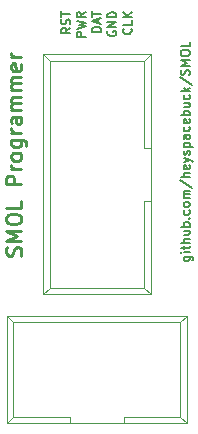
<source format=gbr>
G04 #@! TF.GenerationSoftware,KiCad,Pcbnew,(5.1.2)-1*
G04 #@! TF.CreationDate,2019-05-24T18:04:28-07:00*
G04 #@! TF.ProjectId,programmer,70726f67-7261-46d6-9d65-722e6b696361,rev?*
G04 #@! TF.SameCoordinates,Original*
G04 #@! TF.FileFunction,Legend,Top*
G04 #@! TF.FilePolarity,Positive*
%FSLAX46Y46*%
G04 Gerber Fmt 4.6, Leading zero omitted, Abs format (unit mm)*
G04 Created by KiCad (PCBNEW (5.1.2)-1) date 2019-05-24 18:04:28*
%MOMM*%
%LPD*%
G04 APERTURE LIST*
%ADD10C,0.177800*%
%ADD11C,0.254000*%
%ADD12C,0.158750*%
%ADD13C,0.100000*%
G04 APERTURE END LIST*
D10*
X35269714Y-38081857D02*
X35886571Y-38081857D01*
X35959142Y-38118142D01*
X35995428Y-38154428D01*
X36031714Y-38227000D01*
X36031714Y-38335857D01*
X35995428Y-38408428D01*
X35741428Y-38081857D02*
X35777714Y-38154428D01*
X35777714Y-38299571D01*
X35741428Y-38372142D01*
X35705142Y-38408428D01*
X35632571Y-38444714D01*
X35414857Y-38444714D01*
X35342285Y-38408428D01*
X35306000Y-38372142D01*
X35269714Y-38299571D01*
X35269714Y-38154428D01*
X35306000Y-38081857D01*
X35777714Y-37719000D02*
X35269714Y-37719000D01*
X35015714Y-37719000D02*
X35052000Y-37755285D01*
X35088285Y-37719000D01*
X35052000Y-37682714D01*
X35015714Y-37719000D01*
X35088285Y-37719000D01*
X35269714Y-37465000D02*
X35269714Y-37174714D01*
X35015714Y-37356142D02*
X35668857Y-37356142D01*
X35741428Y-37319857D01*
X35777714Y-37247285D01*
X35777714Y-37174714D01*
X35777714Y-36920714D02*
X35015714Y-36920714D01*
X35777714Y-36594142D02*
X35378571Y-36594142D01*
X35306000Y-36630428D01*
X35269714Y-36703000D01*
X35269714Y-36811857D01*
X35306000Y-36884428D01*
X35342285Y-36920714D01*
X35269714Y-35904714D02*
X35777714Y-35904714D01*
X35269714Y-36231285D02*
X35668857Y-36231285D01*
X35741428Y-36195000D01*
X35777714Y-36122428D01*
X35777714Y-36013571D01*
X35741428Y-35941000D01*
X35705142Y-35904714D01*
X35777714Y-35541857D02*
X35015714Y-35541857D01*
X35306000Y-35541857D02*
X35269714Y-35469285D01*
X35269714Y-35324142D01*
X35306000Y-35251571D01*
X35342285Y-35215285D01*
X35414857Y-35179000D01*
X35632571Y-35179000D01*
X35705142Y-35215285D01*
X35741428Y-35251571D01*
X35777714Y-35324142D01*
X35777714Y-35469285D01*
X35741428Y-35541857D01*
X35705142Y-34852428D02*
X35741428Y-34816142D01*
X35777714Y-34852428D01*
X35741428Y-34888714D01*
X35705142Y-34852428D01*
X35777714Y-34852428D01*
X35741428Y-34163000D02*
X35777714Y-34235571D01*
X35777714Y-34380714D01*
X35741428Y-34453285D01*
X35705142Y-34489571D01*
X35632571Y-34525857D01*
X35414857Y-34525857D01*
X35342285Y-34489571D01*
X35306000Y-34453285D01*
X35269714Y-34380714D01*
X35269714Y-34235571D01*
X35306000Y-34163000D01*
X35777714Y-33727571D02*
X35741428Y-33800142D01*
X35705142Y-33836428D01*
X35632571Y-33872714D01*
X35414857Y-33872714D01*
X35342285Y-33836428D01*
X35306000Y-33800142D01*
X35269714Y-33727571D01*
X35269714Y-33618714D01*
X35306000Y-33546142D01*
X35342285Y-33509857D01*
X35414857Y-33473571D01*
X35632571Y-33473571D01*
X35705142Y-33509857D01*
X35741428Y-33546142D01*
X35777714Y-33618714D01*
X35777714Y-33727571D01*
X35777714Y-33147000D02*
X35269714Y-33147000D01*
X35342285Y-33147000D02*
X35306000Y-33110714D01*
X35269714Y-33038142D01*
X35269714Y-32929285D01*
X35306000Y-32856714D01*
X35378571Y-32820428D01*
X35777714Y-32820428D01*
X35378571Y-32820428D02*
X35306000Y-32784142D01*
X35269714Y-32711571D01*
X35269714Y-32602714D01*
X35306000Y-32530142D01*
X35378571Y-32493857D01*
X35777714Y-32493857D01*
X34979428Y-31586714D02*
X35959142Y-32239857D01*
X35777714Y-31332714D02*
X35015714Y-31332714D01*
X35777714Y-31006142D02*
X35378571Y-31006142D01*
X35306000Y-31042428D01*
X35269714Y-31115000D01*
X35269714Y-31223857D01*
X35306000Y-31296428D01*
X35342285Y-31332714D01*
X35741428Y-30353000D02*
X35777714Y-30425571D01*
X35777714Y-30570714D01*
X35741428Y-30643285D01*
X35668857Y-30679571D01*
X35378571Y-30679571D01*
X35306000Y-30643285D01*
X35269714Y-30570714D01*
X35269714Y-30425571D01*
X35306000Y-30353000D01*
X35378571Y-30316714D01*
X35451142Y-30316714D01*
X35523714Y-30679571D01*
X35269714Y-30062714D02*
X35777714Y-29881285D01*
X35269714Y-29699857D02*
X35777714Y-29881285D01*
X35959142Y-29953857D01*
X35995428Y-29990142D01*
X36031714Y-30062714D01*
X35741428Y-29445857D02*
X35777714Y-29373285D01*
X35777714Y-29228142D01*
X35741428Y-29155571D01*
X35668857Y-29119285D01*
X35632571Y-29119285D01*
X35560000Y-29155571D01*
X35523714Y-29228142D01*
X35523714Y-29337000D01*
X35487428Y-29409571D01*
X35414857Y-29445857D01*
X35378571Y-29445857D01*
X35306000Y-29409571D01*
X35269714Y-29337000D01*
X35269714Y-29228142D01*
X35306000Y-29155571D01*
X35269714Y-28792714D02*
X36031714Y-28792714D01*
X35306000Y-28792714D02*
X35269714Y-28720142D01*
X35269714Y-28575000D01*
X35306000Y-28502428D01*
X35342285Y-28466142D01*
X35414857Y-28429857D01*
X35632571Y-28429857D01*
X35705142Y-28466142D01*
X35741428Y-28502428D01*
X35777714Y-28575000D01*
X35777714Y-28720142D01*
X35741428Y-28792714D01*
X35777714Y-27776714D02*
X35378571Y-27776714D01*
X35306000Y-27813000D01*
X35269714Y-27885571D01*
X35269714Y-28030714D01*
X35306000Y-28103285D01*
X35741428Y-27776714D02*
X35777714Y-27849285D01*
X35777714Y-28030714D01*
X35741428Y-28103285D01*
X35668857Y-28139571D01*
X35596285Y-28139571D01*
X35523714Y-28103285D01*
X35487428Y-28030714D01*
X35487428Y-27849285D01*
X35451142Y-27776714D01*
X35741428Y-27087285D02*
X35777714Y-27159857D01*
X35777714Y-27305000D01*
X35741428Y-27377571D01*
X35705142Y-27413857D01*
X35632571Y-27450142D01*
X35414857Y-27450142D01*
X35342285Y-27413857D01*
X35306000Y-27377571D01*
X35269714Y-27305000D01*
X35269714Y-27159857D01*
X35306000Y-27087285D01*
X35741428Y-26470428D02*
X35777714Y-26543000D01*
X35777714Y-26688142D01*
X35741428Y-26760714D01*
X35668857Y-26797000D01*
X35378571Y-26797000D01*
X35306000Y-26760714D01*
X35269714Y-26688142D01*
X35269714Y-26543000D01*
X35306000Y-26470428D01*
X35378571Y-26434142D01*
X35451142Y-26434142D01*
X35523714Y-26797000D01*
X35777714Y-26107571D02*
X35015714Y-26107571D01*
X35306000Y-26107571D02*
X35269714Y-26035000D01*
X35269714Y-25889857D01*
X35306000Y-25817285D01*
X35342285Y-25781000D01*
X35414857Y-25744714D01*
X35632571Y-25744714D01*
X35705142Y-25781000D01*
X35741428Y-25817285D01*
X35777714Y-25889857D01*
X35777714Y-26035000D01*
X35741428Y-26107571D01*
X35269714Y-25091571D02*
X35777714Y-25091571D01*
X35269714Y-25418142D02*
X35668857Y-25418142D01*
X35741428Y-25381857D01*
X35777714Y-25309285D01*
X35777714Y-25200428D01*
X35741428Y-25127857D01*
X35705142Y-25091571D01*
X35741428Y-24402142D02*
X35777714Y-24474714D01*
X35777714Y-24619857D01*
X35741428Y-24692428D01*
X35705142Y-24728714D01*
X35632571Y-24765000D01*
X35414857Y-24765000D01*
X35342285Y-24728714D01*
X35306000Y-24692428D01*
X35269714Y-24619857D01*
X35269714Y-24474714D01*
X35306000Y-24402142D01*
X35777714Y-24075571D02*
X35015714Y-24075571D01*
X35487428Y-24003000D02*
X35777714Y-23785285D01*
X35269714Y-23785285D02*
X35560000Y-24075571D01*
X34979428Y-22914428D02*
X35959142Y-23567571D01*
X35741428Y-22696714D02*
X35777714Y-22587857D01*
X35777714Y-22406428D01*
X35741428Y-22333857D01*
X35705142Y-22297571D01*
X35632571Y-22261285D01*
X35560000Y-22261285D01*
X35487428Y-22297571D01*
X35451142Y-22333857D01*
X35414857Y-22406428D01*
X35378571Y-22551571D01*
X35342285Y-22624142D01*
X35306000Y-22660428D01*
X35233428Y-22696714D01*
X35160857Y-22696714D01*
X35088285Y-22660428D01*
X35052000Y-22624142D01*
X35015714Y-22551571D01*
X35015714Y-22370142D01*
X35052000Y-22261285D01*
X35777714Y-21934714D02*
X35015714Y-21934714D01*
X35560000Y-21680714D01*
X35015714Y-21426714D01*
X35777714Y-21426714D01*
X35015714Y-20918714D02*
X35015714Y-20773571D01*
X35052000Y-20701000D01*
X35124571Y-20628428D01*
X35269714Y-20592142D01*
X35523714Y-20592142D01*
X35668857Y-20628428D01*
X35741428Y-20701000D01*
X35777714Y-20773571D01*
X35777714Y-20918714D01*
X35741428Y-20991285D01*
X35668857Y-21063857D01*
X35523714Y-21100142D01*
X35269714Y-21100142D01*
X35124571Y-21063857D01*
X35052000Y-20991285D01*
X35015714Y-20918714D01*
X35777714Y-19902714D02*
X35777714Y-20265571D01*
X35015714Y-20265571D01*
D11*
X21469047Y-37991142D02*
X21529523Y-37809714D01*
X21529523Y-37507333D01*
X21469047Y-37386380D01*
X21408571Y-37325904D01*
X21287619Y-37265428D01*
X21166666Y-37265428D01*
X21045714Y-37325904D01*
X20985238Y-37386380D01*
X20924761Y-37507333D01*
X20864285Y-37749238D01*
X20803809Y-37870190D01*
X20743333Y-37930666D01*
X20622380Y-37991142D01*
X20501428Y-37991142D01*
X20380476Y-37930666D01*
X20320000Y-37870190D01*
X20259523Y-37749238D01*
X20259523Y-37446857D01*
X20320000Y-37265428D01*
X21529523Y-36721142D02*
X20259523Y-36721142D01*
X21166666Y-36297809D01*
X20259523Y-35874476D01*
X21529523Y-35874476D01*
X20259523Y-35027809D02*
X20259523Y-34785904D01*
X20320000Y-34664952D01*
X20440952Y-34544000D01*
X20682857Y-34483523D01*
X21106190Y-34483523D01*
X21348095Y-34544000D01*
X21469047Y-34664952D01*
X21529523Y-34785904D01*
X21529523Y-35027809D01*
X21469047Y-35148761D01*
X21348095Y-35269714D01*
X21106190Y-35330190D01*
X20682857Y-35330190D01*
X20440952Y-35269714D01*
X20320000Y-35148761D01*
X20259523Y-35027809D01*
X21529523Y-33334476D02*
X21529523Y-33939238D01*
X20259523Y-33939238D01*
X21529523Y-31943523D02*
X20259523Y-31943523D01*
X20259523Y-31459714D01*
X20320000Y-31338761D01*
X20380476Y-31278285D01*
X20501428Y-31217809D01*
X20682857Y-31217809D01*
X20803809Y-31278285D01*
X20864285Y-31338761D01*
X20924761Y-31459714D01*
X20924761Y-31943523D01*
X21529523Y-30673523D02*
X20682857Y-30673523D01*
X20924761Y-30673523D02*
X20803809Y-30613047D01*
X20743333Y-30552571D01*
X20682857Y-30431619D01*
X20682857Y-30310666D01*
X21529523Y-29705904D02*
X21469047Y-29826857D01*
X21408571Y-29887333D01*
X21287619Y-29947809D01*
X20924761Y-29947809D01*
X20803809Y-29887333D01*
X20743333Y-29826857D01*
X20682857Y-29705904D01*
X20682857Y-29524476D01*
X20743333Y-29403523D01*
X20803809Y-29343047D01*
X20924761Y-29282571D01*
X21287619Y-29282571D01*
X21408571Y-29343047D01*
X21469047Y-29403523D01*
X21529523Y-29524476D01*
X21529523Y-29705904D01*
X20682857Y-28194000D02*
X21710952Y-28194000D01*
X21831904Y-28254476D01*
X21892380Y-28314952D01*
X21952857Y-28435904D01*
X21952857Y-28617333D01*
X21892380Y-28738285D01*
X21469047Y-28194000D02*
X21529523Y-28314952D01*
X21529523Y-28556857D01*
X21469047Y-28677809D01*
X21408571Y-28738285D01*
X21287619Y-28798761D01*
X20924761Y-28798761D01*
X20803809Y-28738285D01*
X20743333Y-28677809D01*
X20682857Y-28556857D01*
X20682857Y-28314952D01*
X20743333Y-28194000D01*
X21529523Y-27589238D02*
X20682857Y-27589238D01*
X20924761Y-27589238D02*
X20803809Y-27528761D01*
X20743333Y-27468285D01*
X20682857Y-27347333D01*
X20682857Y-27226380D01*
X21529523Y-26258761D02*
X20864285Y-26258761D01*
X20743333Y-26319238D01*
X20682857Y-26440190D01*
X20682857Y-26682095D01*
X20743333Y-26803047D01*
X21469047Y-26258761D02*
X21529523Y-26379714D01*
X21529523Y-26682095D01*
X21469047Y-26803047D01*
X21348095Y-26863523D01*
X21227142Y-26863523D01*
X21106190Y-26803047D01*
X21045714Y-26682095D01*
X21045714Y-26379714D01*
X20985238Y-26258761D01*
X21529523Y-25654000D02*
X20682857Y-25654000D01*
X20803809Y-25654000D02*
X20743333Y-25593523D01*
X20682857Y-25472571D01*
X20682857Y-25291142D01*
X20743333Y-25170190D01*
X20864285Y-25109714D01*
X21529523Y-25109714D01*
X20864285Y-25109714D02*
X20743333Y-25049238D01*
X20682857Y-24928285D01*
X20682857Y-24746857D01*
X20743333Y-24625904D01*
X20864285Y-24565428D01*
X21529523Y-24565428D01*
X21529523Y-23960666D02*
X20682857Y-23960666D01*
X20803809Y-23960666D02*
X20743333Y-23900190D01*
X20682857Y-23779238D01*
X20682857Y-23597809D01*
X20743333Y-23476857D01*
X20864285Y-23416380D01*
X21529523Y-23416380D01*
X20864285Y-23416380D02*
X20743333Y-23355904D01*
X20682857Y-23234952D01*
X20682857Y-23053523D01*
X20743333Y-22932571D01*
X20864285Y-22872095D01*
X21529523Y-22872095D01*
X21469047Y-21783523D02*
X21529523Y-21904476D01*
X21529523Y-22146380D01*
X21469047Y-22267333D01*
X21348095Y-22327809D01*
X20864285Y-22327809D01*
X20743333Y-22267333D01*
X20682857Y-22146380D01*
X20682857Y-21904476D01*
X20743333Y-21783523D01*
X20864285Y-21723047D01*
X20985238Y-21723047D01*
X21106190Y-22327809D01*
X21529523Y-21178761D02*
X20682857Y-21178761D01*
X20924761Y-21178761D02*
X20803809Y-21118285D01*
X20743333Y-21057809D01*
X20682857Y-20936857D01*
X20682857Y-20815904D01*
D12*
X25681214Y-18699616D02*
X25318357Y-18953616D01*
X25681214Y-19135044D02*
X24919214Y-19135044D01*
X24919214Y-18844758D01*
X24955500Y-18772187D01*
X24991785Y-18735901D01*
X25064357Y-18699616D01*
X25173214Y-18699616D01*
X25245785Y-18735901D01*
X25282071Y-18772187D01*
X25318357Y-18844758D01*
X25318357Y-19135044D01*
X25644928Y-18409330D02*
X25681214Y-18300473D01*
X25681214Y-18119044D01*
X25644928Y-18046473D01*
X25608642Y-18010187D01*
X25536071Y-17973901D01*
X25463500Y-17973901D01*
X25390928Y-18010187D01*
X25354642Y-18046473D01*
X25318357Y-18119044D01*
X25282071Y-18264187D01*
X25245785Y-18336758D01*
X25209500Y-18373044D01*
X25136928Y-18409330D01*
X25064357Y-18409330D01*
X24991785Y-18373044D01*
X24955500Y-18336758D01*
X24919214Y-18264187D01*
X24919214Y-18082758D01*
X24955500Y-17973901D01*
X24919214Y-17756187D02*
X24919214Y-17320758D01*
X25681214Y-17538473D02*
X24919214Y-17538473D01*
X26982964Y-19461616D02*
X26220964Y-19461616D01*
X26220964Y-19171330D01*
X26257250Y-19098758D01*
X26293535Y-19062473D01*
X26366107Y-19026187D01*
X26474964Y-19026187D01*
X26547535Y-19062473D01*
X26583821Y-19098758D01*
X26620107Y-19171330D01*
X26620107Y-19461616D01*
X26220964Y-18772187D02*
X26982964Y-18590758D01*
X26438678Y-18445616D01*
X26982964Y-18300473D01*
X26220964Y-18119044D01*
X26982964Y-17393330D02*
X26620107Y-17647330D01*
X26982964Y-17828758D02*
X26220964Y-17828758D01*
X26220964Y-17538473D01*
X26257250Y-17465901D01*
X26293535Y-17429616D01*
X26366107Y-17393330D01*
X26474964Y-17393330D01*
X26547535Y-17429616D01*
X26583821Y-17465901D01*
X26620107Y-17538473D01*
X26620107Y-17828758D01*
X28284714Y-19062473D02*
X27522714Y-19062473D01*
X27522714Y-18881044D01*
X27559000Y-18772187D01*
X27631571Y-18699616D01*
X27704142Y-18663330D01*
X27849285Y-18627044D01*
X27958142Y-18627044D01*
X28103285Y-18663330D01*
X28175857Y-18699616D01*
X28248428Y-18772187D01*
X28284714Y-18881044D01*
X28284714Y-19062473D01*
X28067000Y-18336758D02*
X28067000Y-17973901D01*
X28284714Y-18409330D02*
X27522714Y-18155330D01*
X28284714Y-17901330D01*
X27522714Y-17756187D02*
X27522714Y-17320758D01*
X28284714Y-17538473D02*
X27522714Y-17538473D01*
X28860750Y-18989901D02*
X28824464Y-19062473D01*
X28824464Y-19171330D01*
X28860750Y-19280187D01*
X28933321Y-19352758D01*
X29005892Y-19389044D01*
X29151035Y-19425330D01*
X29259892Y-19425330D01*
X29405035Y-19389044D01*
X29477607Y-19352758D01*
X29550178Y-19280187D01*
X29586464Y-19171330D01*
X29586464Y-19098758D01*
X29550178Y-18989901D01*
X29513892Y-18953616D01*
X29259892Y-18953616D01*
X29259892Y-19098758D01*
X29586464Y-18627044D02*
X28824464Y-18627044D01*
X29586464Y-18191616D01*
X28824464Y-18191616D01*
X29586464Y-17828758D02*
X28824464Y-17828758D01*
X28824464Y-17647330D01*
X28860750Y-17538473D01*
X28933321Y-17465901D01*
X29005892Y-17429616D01*
X29151035Y-17393330D01*
X29259892Y-17393330D01*
X29405035Y-17429616D01*
X29477607Y-17465901D01*
X29550178Y-17538473D01*
X29586464Y-17647330D01*
X29586464Y-17828758D01*
X30815642Y-18772187D02*
X30851928Y-18808473D01*
X30888214Y-18917330D01*
X30888214Y-18989901D01*
X30851928Y-19098758D01*
X30779357Y-19171330D01*
X30706785Y-19207616D01*
X30561642Y-19243901D01*
X30452785Y-19243901D01*
X30307642Y-19207616D01*
X30235071Y-19171330D01*
X30162500Y-19098758D01*
X30126214Y-18989901D01*
X30126214Y-18917330D01*
X30162500Y-18808473D01*
X30198785Y-18772187D01*
X30888214Y-18082758D02*
X30888214Y-18445616D01*
X30126214Y-18445616D01*
X30888214Y-17828758D02*
X30126214Y-17828758D01*
X30888214Y-17393330D02*
X30452785Y-17719901D01*
X30126214Y-17393330D02*
X30561642Y-17828758D01*
D13*
X20320000Y-43075000D02*
X35560000Y-43075000D01*
X20860000Y-43625000D02*
X35000000Y-43625000D01*
X20320000Y-52175000D02*
X35560000Y-52175000D01*
X20860000Y-51625000D02*
X25690000Y-51625000D01*
X30190000Y-51625000D02*
X35000000Y-51625000D01*
X25690000Y-51625000D02*
X25690000Y-52175000D01*
X30190000Y-51625000D02*
X30190000Y-52175000D01*
X20320000Y-43075000D02*
X20320000Y-52175000D01*
X20860000Y-43625000D02*
X20860000Y-51625000D01*
X35560000Y-43075000D02*
X35560000Y-52175000D01*
X35000000Y-43625000D02*
X35000000Y-51625000D01*
X20320000Y-43075000D02*
X20860000Y-43625000D01*
X35560000Y-43075000D02*
X35000000Y-43625000D01*
X20320000Y-52175000D02*
X20860000Y-51625000D01*
X35560000Y-52175000D02*
X35000000Y-51625000D01*
X23390000Y-41275000D02*
X23390000Y-20955000D01*
X23940000Y-40735000D02*
X23940000Y-21515000D01*
X32490000Y-41275000D02*
X32490000Y-20955000D01*
X31940000Y-40735000D02*
X31940000Y-33365000D01*
X31940000Y-28865000D02*
X31940000Y-21515000D01*
X31940000Y-33365000D02*
X32490000Y-33365000D01*
X31940000Y-28865000D02*
X32490000Y-28865000D01*
X23390000Y-41275000D02*
X32490000Y-41275000D01*
X23940000Y-40735000D02*
X31940000Y-40735000D01*
X23390000Y-20955000D02*
X32490000Y-20955000D01*
X23940000Y-21515000D02*
X31940000Y-21515000D01*
X23390000Y-41275000D02*
X23940000Y-40735000D01*
X23390000Y-20955000D02*
X23940000Y-21515000D01*
X32490000Y-41275000D02*
X31940000Y-40735000D01*
X32490000Y-20955000D02*
X31940000Y-21515000D01*
M02*

</source>
